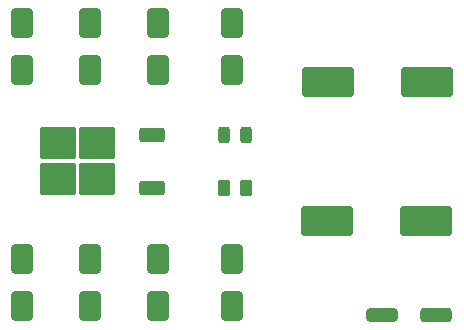
<source format=gbr>
%TF.GenerationSoftware,KiCad,Pcbnew,7.0.8*%
%TF.CreationDate,2024-03-30T21:38:38+07:00*%
%TF.ProjectId,2wd_control_pcbway,3277645f-636f-46e7-9472-6f6c5f706362,rev?*%
%TF.SameCoordinates,Original*%
%TF.FileFunction,Paste,Top*%
%TF.FilePolarity,Positive*%
%FSLAX46Y46*%
G04 Gerber Fmt 4.6, Leading zero omitted, Abs format (unit mm)*
G04 Created by KiCad (PCBNEW 7.0.8) date 2024-03-30 21:38:38*
%MOMM*%
%LPD*%
G01*
G04 APERTURE LIST*
G04 Aperture macros list*
%AMRoundRect*
0 Rectangle with rounded corners*
0 $1 Rounding radius*
0 $2 $3 $4 $5 $6 $7 $8 $9 X,Y pos of 4 corners*
0 Add a 4 corners polygon primitive as box body*
4,1,4,$2,$3,$4,$5,$6,$7,$8,$9,$2,$3,0*
0 Add four circle primitives for the rounded corners*
1,1,$1+$1,$2,$3*
1,1,$1+$1,$4,$5*
1,1,$1+$1,$6,$7*
1,1,$1+$1,$8,$9*
0 Add four rect primitives between the rounded corners*
20,1,$1+$1,$2,$3,$4,$5,0*
20,1,$1+$1,$4,$5,$6,$7,0*
20,1,$1+$1,$6,$7,$8,$9,0*
20,1,$1+$1,$8,$9,$2,$3,0*%
G04 Aperture macros list end*
%ADD10RoundRect,0.250000X0.650000X-1.000000X0.650000X1.000000X-0.650000X1.000000X-0.650000X-1.000000X0*%
%ADD11RoundRect,0.250000X0.850000X0.350000X-0.850000X0.350000X-0.850000X-0.350000X0.850000X-0.350000X0*%
%ADD12RoundRect,0.250000X1.275000X1.125000X-1.275000X1.125000X-1.275000X-1.125000X1.275000X-1.125000X0*%
%ADD13RoundRect,0.301219X1.011780X0.301218X-1.011780X0.301218X-1.011780X-0.301218X1.011780X-0.301218X0*%
%ADD14RoundRect,0.297250X1.015750X0.297250X-1.015750X0.297250X-1.015750X-0.297250X1.015750X-0.297250X0*%
%ADD15RoundRect,0.250000X-1.950000X-1.000000X1.950000X-1.000000X1.950000X1.000000X-1.950000X1.000000X0*%
%ADD16RoundRect,0.250000X-0.262500X-0.450000X0.262500X-0.450000X0.262500X0.450000X-0.262500X0.450000X0*%
%ADD17RoundRect,0.243750X-0.243750X-0.456250X0.243750X-0.456250X0.243750X0.456250X-0.243750X0.456250X0*%
G04 APERTURE END LIST*
D10*
%TO.C,D5*%
X184490000Y-117250000D03*
X184490000Y-113250000D03*
%TD*%
%TO.C,D7*%
X172440000Y-97250000D03*
X172440000Y-93250000D03*
%TD*%
%TO.C,D4*%
X178240000Y-117250000D03*
X178240000Y-113250000D03*
%TD*%
D11*
%TO.C,U3*%
X177700000Y-107280000D03*
D12*
X173075000Y-106525000D03*
X173075000Y-103475000D03*
X169725000Y-106525000D03*
X169725000Y-103475000D03*
D11*
X177700000Y-102720000D03*
%TD*%
D10*
%TO.C,D2*%
X166740000Y-117250000D03*
X166740000Y-113250000D03*
%TD*%
D13*
%TO.C,U4*%
X201786000Y-118000000D03*
D14*
X197214000Y-118000000D03*
%TD*%
D15*
%TO.C,C1*%
X192550000Y-110000000D03*
X200950000Y-110000000D03*
%TD*%
D10*
%TO.C,D3*%
X172490000Y-117250000D03*
X172490000Y-113250000D03*
%TD*%
%TO.C,D9*%
X184490000Y-97250000D03*
X184490000Y-93250000D03*
%TD*%
D16*
%TO.C,R1*%
X183837500Y-107250000D03*
X185662500Y-107250000D03*
%TD*%
D15*
%TO.C,C2*%
X192600000Y-98250000D03*
X201000000Y-98250000D03*
%TD*%
D17*
%TO.C,D1*%
X183812500Y-102750000D03*
X185687500Y-102750000D03*
%TD*%
D10*
%TO.C,D6*%
X166690000Y-97250000D03*
X166690000Y-93250000D03*
%TD*%
%TO.C,D8*%
X178190000Y-97250000D03*
X178190000Y-93250000D03*
%TD*%
M02*

</source>
